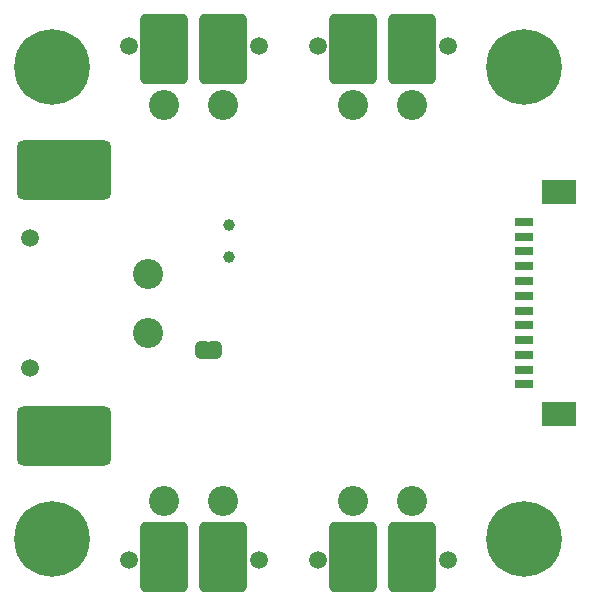
<source format=gbr>
%TF.GenerationSoftware,KiCad,Pcbnew,9.0.2*%
%TF.CreationDate,2025-06-26T01:43:21+01:00*%
%TF.ProjectId,PDB_AURA,5044425f-4155-4524-912e-6b696361645f,rev?*%
%TF.SameCoordinates,Original*%
%TF.FileFunction,Soldermask,Bot*%
%TF.FilePolarity,Negative*%
%FSLAX46Y46*%
G04 Gerber Fmt 4.6, Leading zero omitted, Abs format (unit mm)*
G04 Created by KiCad (PCBNEW 9.0.2) date 2025-06-26 01:43:21*
%MOMM*%
%LPD*%
G01*
G04 APERTURE LIST*
G04 Aperture macros list*
%AMRoundRect*
0 Rectangle with rounded corners*
0 $1 Rounding radius*
0 $2 $3 $4 $5 $6 $7 $8 $9 X,Y pos of 4 corners*
0 Add a 4 corners polygon primitive as box body*
4,1,4,$2,$3,$4,$5,$6,$7,$8,$9,$2,$3,0*
0 Add four circle primitives for the rounded corners*
1,1,$1+$1,$2,$3*
1,1,$1+$1,$4,$5*
1,1,$1+$1,$6,$7*
1,1,$1+$1,$8,$9*
0 Add four rect primitives between the rounded corners*
20,1,$1+$1,$2,$3,$4,$5,0*
20,1,$1+$1,$4,$5,$6,$7,0*
20,1,$1+$1,$6,$7,$8,$9,0*
20,1,$1+$1,$8,$9,$2,$3,0*%
%AMFreePoly0*
4,1,23,0.500000,-0.750000,0.000000,-0.750000,0.000000,-0.745722,-0.065263,-0.745722,-0.191342,-0.711940,-0.304381,-0.646677,-0.396677,-0.554381,-0.461940,-0.441342,-0.495722,-0.315263,-0.495722,-0.250000,-0.500000,-0.250000,-0.500000,0.250000,-0.495722,0.250000,-0.495722,0.315263,-0.461940,0.441342,-0.396677,0.554381,-0.304381,0.646677,-0.191342,0.711940,-0.065263,0.745722,0.000000,0.745722,
0.000000,0.750000,0.500000,0.750000,0.500000,-0.750000,0.500000,-0.750000,$1*%
%AMFreePoly1*
4,1,23,0.000000,0.745722,0.065263,0.745722,0.191342,0.711940,0.304381,0.646677,0.396677,0.554381,0.461940,0.441342,0.495722,0.315263,0.495722,0.250000,0.500000,0.250000,0.500000,-0.250000,0.495722,-0.250000,0.495722,-0.315263,0.461940,-0.441342,0.396677,-0.554381,0.304381,-0.646677,0.191342,-0.711940,0.065263,-0.745722,0.000000,-0.745722,0.000000,-0.750000,-0.500000,-0.750000,
-0.500000,0.750000,0.000000,0.750000,0.000000,0.745722,0.000000,0.745722,$1*%
G04 Aperture macros list end*
%ADD10C,2.550000*%
%ADD11C,1.500000*%
%ADD12RoundRect,0.500000X-3.500000X-2.000000X3.500000X-2.000000X3.500000X2.000000X-3.500000X2.000000X0*%
%ADD13C,0.800000*%
%ADD14C,6.400000*%
%ADD15RoundRect,0.400000X1.600000X-2.600000X1.600000X2.600000X-1.600000X2.600000X-1.600000X-2.600000X0*%
%ADD16RoundRect,0.400000X-1.600000X2.600000X-1.600000X-2.600000X1.600000X-2.600000X1.600000X2.600000X0*%
%ADD17FreePoly0,0.000000*%
%ADD18FreePoly1,0.000000*%
%ADD19C,1.000000*%
%ADD20R,1.600000X0.800000*%
%ADD21R,3.000000X2.100000*%
G04 APERTURE END LIST*
%TO.C,JP100*%
G36*
X68100000Y-79750000D02*
G01*
X68400000Y-79750000D01*
X68400000Y-78250000D01*
X68100000Y-78250000D01*
X68100000Y-79750000D01*
G37*
%TD*%
D10*
%TO.C,J300*%
X64500000Y-58250000D03*
X69500000Y-58250000D03*
D11*
X61500000Y-53250000D03*
X72500000Y-53250000D03*
%TD*%
D12*
%TO.C,J102*%
X56000000Y-63750000D03*
%TD*%
D13*
%TO.C,H102*%
X92600000Y-55000000D03*
X93302944Y-53302944D03*
X93302944Y-56697056D03*
X95000000Y-52600000D03*
D14*
X95000000Y-55000000D03*
D13*
X95000000Y-57400000D03*
X96697056Y-53302944D03*
X96697056Y-56697056D03*
X97400000Y-55000000D03*
%TD*%
D10*
%TO.C,J100*%
X63162000Y-77500000D03*
X63162000Y-72500000D03*
D11*
X53162000Y-69500000D03*
X53162000Y-80500000D03*
%TD*%
D10*
%TO.C,J303*%
X69500000Y-91750000D03*
X64500000Y-91750000D03*
D11*
X72500000Y-96750000D03*
X61500000Y-96750000D03*
%TD*%
D13*
%TO.C,H101*%
X52600000Y-55000000D03*
X53302944Y-53302944D03*
X53302944Y-56697056D03*
X55000000Y-52600000D03*
D14*
X55000000Y-55000000D03*
D13*
X55000000Y-57400000D03*
X56697056Y-53302944D03*
X56697056Y-56697056D03*
X57400000Y-55000000D03*
%TD*%
%TO.C,H100*%
X92600000Y-95000000D03*
X93302944Y-93302944D03*
X93302944Y-96697056D03*
X95000000Y-92600000D03*
D14*
X95000000Y-95000000D03*
D13*
X95000000Y-97400000D03*
X96697056Y-93302944D03*
X96697056Y-96697056D03*
X97400000Y-95000000D03*
%TD*%
%TO.C,H103*%
X52600000Y-95000000D03*
X53302944Y-93302944D03*
X53302944Y-96697056D03*
X55000000Y-92600000D03*
D14*
X55000000Y-95000000D03*
D13*
X55000000Y-97400000D03*
X56697056Y-93302944D03*
X56697056Y-96697056D03*
X57400000Y-95000000D03*
%TD*%
D10*
%TO.C,J304*%
X85500000Y-91750000D03*
X80500000Y-91750000D03*
D11*
X88500000Y-96750000D03*
X77500000Y-96750000D03*
%TD*%
D12*
%TO.C,J101*%
X56000000Y-86250000D03*
%TD*%
D10*
%TO.C,J301*%
X80500000Y-58250000D03*
X85500000Y-58250000D03*
D11*
X77500000Y-53250000D03*
X88500000Y-53250000D03*
%TD*%
D15*
%TO.C,J312*%
X64500000Y-96500000D03*
%TD*%
D16*
%TO.C,J307*%
X80500000Y-53500000D03*
%TD*%
D15*
%TO.C,J306*%
X69500000Y-53500000D03*
%TD*%
D17*
%TO.C,JP100*%
X67600000Y-79000000D03*
D18*
X68900000Y-79000000D03*
%TD*%
D16*
%TO.C,J308*%
X85500000Y-53500000D03*
%TD*%
D15*
%TO.C,J309*%
X85500000Y-96500000D03*
%TD*%
D19*
%TO.C,TP203*%
X70000000Y-71050000D03*
%TD*%
D15*
%TO.C,J310*%
X80500000Y-96500000D03*
%TD*%
D20*
%TO.C,J302*%
X95008000Y-68125000D03*
X95008000Y-69375000D03*
X95008000Y-70625000D03*
X95008000Y-71875000D03*
X95008000Y-73125000D03*
X95008000Y-74375000D03*
X95008000Y-75625000D03*
X95008000Y-76875000D03*
X95008000Y-78125000D03*
X95008000Y-79375000D03*
X95008000Y-80625000D03*
X95008000Y-81875000D03*
D21*
X97908000Y-65575000D03*
X97908000Y-84425000D03*
%TD*%
D19*
%TO.C,TP201*%
X70000000Y-68350000D03*
%TD*%
D15*
%TO.C,J305*%
X64500000Y-53500000D03*
%TD*%
%TO.C,J311*%
X69500000Y-96500000D03*
%TD*%
M02*

</source>
